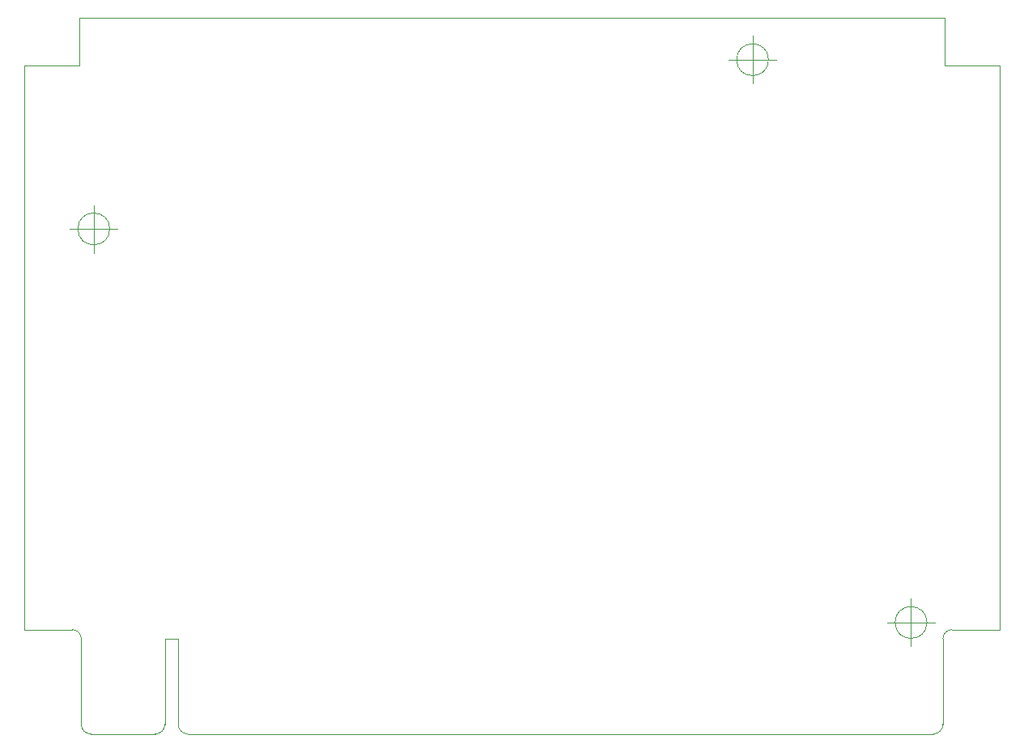
<source format=gbr>
%TF.GenerationSoftware,KiCad,Pcbnew,(5.1.10)-1*%
%TF.CreationDate,2022-08-23T18:53:09-04:00*%
%TF.ProjectId,VIC20HyperExpanderSMDRev2,56494332-3048-4797-9065-72457870616e,2*%
%TF.SameCoordinates,Original*%
%TF.FileFunction,Profile,NP*%
%FSLAX46Y46*%
G04 Gerber Fmt 4.6, Leading zero omitted, Abs format (unit mm)*
G04 Created by KiCad (PCBNEW (5.1.10)-1) date 2022-08-23 18:53:09*
%MOMM*%
%LPD*%
G01*
G04 APERTURE LIST*
%TA.AperFunction,Profile*%
%ADD10C,0.050000*%
%TD*%
%TA.AperFunction,Profile*%
%ADD11C,0.025400*%
%TD*%
G04 APERTURE END LIST*
D10*
X164226666Y-53340000D02*
G75*
G03*
X164226666Y-53340000I-1666666J0D01*
G01*
X160060000Y-53340000D02*
X165060000Y-53340000D01*
X162560000Y-50840000D02*
X162560000Y-55840000D01*
X180800166Y-112268000D02*
G75*
G03*
X180800166Y-112268000I-1666666J0D01*
G01*
X176633500Y-112268000D02*
X181633500Y-112268000D01*
X179133500Y-109768000D02*
X179133500Y-114768000D01*
X95329166Y-71056500D02*
G75*
G03*
X95329166Y-71056500I-1666666J0D01*
G01*
X91162500Y-71056500D02*
X96162500Y-71056500D01*
X93662500Y-68556500D02*
X93662500Y-73556500D01*
D11*
%TO.C,X1*%
X182664000Y-48947000D02*
X182664000Y-53947000D01*
X92164000Y-48947000D02*
X182664000Y-48947000D01*
X92164000Y-53947000D02*
X92164000Y-48947000D01*
X188414000Y-53947000D02*
X182664000Y-53947000D01*
X86414000Y-53947000D02*
X92164000Y-53947000D01*
X188414000Y-113015380D02*
X188414000Y-53947000D01*
X183414000Y-113015630D02*
X188414000Y-113015630D01*
X86414000Y-113015630D02*
X86414000Y-53947000D01*
X91414000Y-113015630D02*
X86414000Y-113015630D01*
X102489000Y-113947000D02*
X101092000Y-113946880D01*
X100076000Y-123939620D02*
X93361620Y-123939500D01*
X102489000Y-113947250D02*
X102489000Y-122923500D01*
X101092000Y-113946880D02*
X101092000Y-122923130D01*
X182480250Y-113949380D02*
X182480250Y-122923250D01*
X181464000Y-123939500D02*
X103505000Y-123939380D01*
X92345620Y-113947250D02*
X92345620Y-122923500D01*
X183414000Y-113015630D02*
G75*
G03*
X182480250Y-113949380I0J-933750D01*
G01*
X91414000Y-113015630D02*
G75*
G02*
X92345620Y-113947250I0J-931620D01*
G01*
X103505000Y-123939500D02*
G75*
G02*
X102489000Y-122923500I0J1016000D01*
G01*
X100076000Y-123939130D02*
G75*
G03*
X101092000Y-122923130I0J1016000D01*
G01*
X93361620Y-123939500D02*
G75*
G02*
X92345620Y-122923500I0J1016000D01*
G01*
X181464000Y-123939500D02*
G75*
G03*
X182480000Y-122923500I0J1016000D01*
G01*
%TD*%
M02*

</source>
